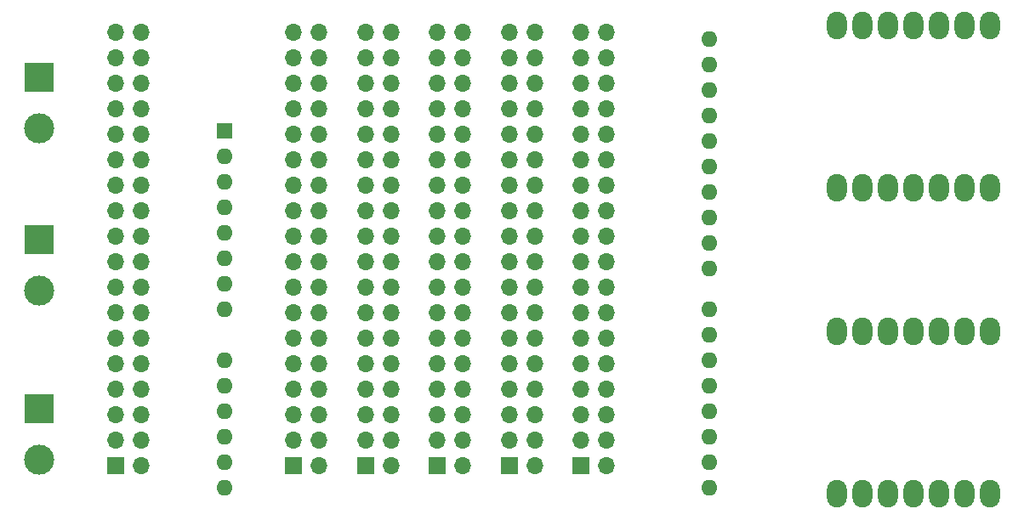
<source format=gbr>
%TF.GenerationSoftware,KiCad,Pcbnew,8.0.0-rc2-358-gd9abaa23a4*%
%TF.CreationDate,2024-02-08T22:48:49+01:00*%
%TF.ProjectId,xDuinoRail-Backplane-Arduino,78447569-6e6f-4526-9169-6c2d4261636b,rev?*%
%TF.SameCoordinates,Original*%
%TF.FileFunction,Soldermask,Top*%
%TF.FilePolarity,Negative*%
%FSLAX46Y46*%
G04 Gerber Fmt 4.6, Leading zero omitted, Abs format (unit mm)*
G04 Created by KiCad (PCBNEW 8.0.0-rc2-358-gd9abaa23a4) date 2024-02-08 22:48:49*
%MOMM*%
%LPD*%
G01*
G04 APERTURE LIST*
G04 Aperture macros list*
%AMRoundRect*
0 Rectangle with rounded corners*
0 $1 Rounding radius*
0 $2 $3 $4 $5 $6 $7 $8 $9 X,Y pos of 4 corners*
0 Add a 4 corners polygon primitive as box body*
4,1,4,$2,$3,$4,$5,$6,$7,$8,$9,$2,$3,0*
0 Add four circle primitives for the rounded corners*
1,1,$1+$1,$2,$3*
1,1,$1+$1,$4,$5*
1,1,$1+$1,$6,$7*
1,1,$1+$1,$8,$9*
0 Add four rect primitives between the rounded corners*
20,1,$1+$1,$2,$3,$4,$5,0*
20,1,$1+$1,$4,$5,$6,$7,0*
20,1,$1+$1,$6,$7,$8,$9,0*
20,1,$1+$1,$8,$9,$2,$3,0*%
G04 Aperture macros list end*
%ADD10R,3.000000X3.000000*%
%ADD11C,3.000000*%
%ADD12R,1.700000X1.700000*%
%ADD13O,1.700000X1.700000*%
%ADD14RoundRect,1.000000X0.000000X0.375000X0.000000X-0.375000X0.000000X-0.375000X0.000000X0.375000X0*%
%ADD15R,1.600000X1.600000*%
%ADD16O,1.600000X1.600000*%
G04 APERTURE END LIST*
D10*
%TO.C,J110*%
X130810000Y-100330000D03*
D11*
X130810000Y-105410000D03*
%TD*%
D12*
%TO.C,J101*%
X138430000Y-106045000D03*
D13*
X140970000Y-106045000D03*
X138430000Y-103505000D03*
X140970000Y-103505000D03*
X138430000Y-100965000D03*
X140970000Y-100965000D03*
X138430000Y-98425000D03*
X140970000Y-98425000D03*
X138430000Y-95885000D03*
X140970000Y-95885000D03*
X138430000Y-93345000D03*
X140970000Y-93345000D03*
X138430000Y-90805000D03*
X140970000Y-90805000D03*
X138430000Y-88265000D03*
X140970000Y-88265000D03*
X138430000Y-85725000D03*
X140970000Y-85725000D03*
X138430000Y-83185000D03*
X140970000Y-83185000D03*
X138430000Y-80645000D03*
X140970000Y-80645000D03*
X138430000Y-78105000D03*
X140970000Y-78105000D03*
X138430000Y-75565000D03*
X140970000Y-75565000D03*
X138430000Y-73025000D03*
X140970000Y-73025000D03*
X138430000Y-70485000D03*
X140970000Y-70485000D03*
X138430000Y-67945000D03*
X140970000Y-67945000D03*
X138430000Y-65405000D03*
X140970000Y-65405000D03*
X138430000Y-62865000D03*
X140970000Y-62865000D03*
%TD*%
D14*
%TO.C,U101*%
X225425000Y-92649600D03*
X222885000Y-92649600D03*
X220345000Y-92649600D03*
X217805000Y-92649600D03*
X215265000Y-92649600D03*
X212725000Y-92649600D03*
X210185000Y-92649600D03*
X210185000Y-108814600D03*
X212725000Y-108814600D03*
X215265000Y-108814600D03*
X217805000Y-108814600D03*
X220345000Y-108814600D03*
X222885000Y-108814600D03*
X225425000Y-108814600D03*
%TD*%
D12*
%TO.C,J106*%
X156133300Y-106045000D03*
D13*
X158673300Y-106045000D03*
X156133300Y-103505000D03*
X158673300Y-103505000D03*
X156133300Y-100965000D03*
X158673300Y-100965000D03*
X156133300Y-98425000D03*
X158673300Y-98425000D03*
X156133300Y-95885000D03*
X158673300Y-95885000D03*
X156133300Y-93345000D03*
X158673300Y-93345000D03*
X156133300Y-90805000D03*
X158673300Y-90805000D03*
X156133300Y-88265000D03*
X158673300Y-88265000D03*
X156133300Y-85725000D03*
X158673300Y-85725000D03*
X156133300Y-83185000D03*
X158673300Y-83185000D03*
X156133300Y-80645000D03*
X158673300Y-80645000D03*
X156133300Y-78105000D03*
X158673300Y-78105000D03*
X156133300Y-75565000D03*
X158673300Y-75565000D03*
X156133300Y-73025000D03*
X158673300Y-73025000D03*
X156133300Y-70485000D03*
X158673300Y-70485000D03*
X156133300Y-67945000D03*
X158673300Y-67945000D03*
X156133300Y-65405000D03*
X158673300Y-65405000D03*
X156133300Y-62865000D03*
X158673300Y-62865000D03*
%TD*%
D12*
%TO.C,J105*%
X163283300Y-106045000D03*
D13*
X165823300Y-106045000D03*
X163283300Y-103505000D03*
X165823300Y-103505000D03*
X163283300Y-100965000D03*
X165823300Y-100965000D03*
X163283300Y-98425000D03*
X165823300Y-98425000D03*
X163283300Y-95885000D03*
X165823300Y-95885000D03*
X163283300Y-93345000D03*
X165823300Y-93345000D03*
X163283300Y-90805000D03*
X165823300Y-90805000D03*
X163283300Y-88265000D03*
X165823300Y-88265000D03*
X163283300Y-85725000D03*
X165823300Y-85725000D03*
X163283300Y-83185000D03*
X165823300Y-83185000D03*
X163283300Y-80645000D03*
X165823300Y-80645000D03*
X163283300Y-78105000D03*
X165823300Y-78105000D03*
X163283300Y-75565000D03*
X165823300Y-75565000D03*
X163283300Y-73025000D03*
X165823300Y-73025000D03*
X163283300Y-70485000D03*
X165823300Y-70485000D03*
X163283300Y-67945000D03*
X165823300Y-67945000D03*
X163283300Y-65405000D03*
X165823300Y-65405000D03*
X163283300Y-62865000D03*
X165823300Y-62865000D03*
%TD*%
D10*
%TO.C,J108*%
X130810000Y-67310000D03*
D11*
X130810000Y-72390000D03*
%TD*%
D12*
%TO.C,J104*%
X170433300Y-106045000D03*
D13*
X172973300Y-106045000D03*
X170433300Y-103505000D03*
X172973300Y-103505000D03*
X170433300Y-100965000D03*
X172973300Y-100965000D03*
X170433300Y-98425000D03*
X172973300Y-98425000D03*
X170433300Y-95885000D03*
X172973300Y-95885000D03*
X170433300Y-93345000D03*
X172973300Y-93345000D03*
X170433300Y-90805000D03*
X172973300Y-90805000D03*
X170433300Y-88265000D03*
X172973300Y-88265000D03*
X170433300Y-85725000D03*
X172973300Y-85725000D03*
X170433300Y-83185000D03*
X172973300Y-83185000D03*
X170433300Y-80645000D03*
X172973300Y-80645000D03*
X170433300Y-78105000D03*
X172973300Y-78105000D03*
X170433300Y-75565000D03*
X172973300Y-75565000D03*
X170433300Y-73025000D03*
X172973300Y-73025000D03*
X170433300Y-70485000D03*
X172973300Y-70485000D03*
X170433300Y-67945000D03*
X172973300Y-67945000D03*
X170433300Y-65405000D03*
X172973300Y-65405000D03*
X170433300Y-62865000D03*
X172973300Y-62865000D03*
%TD*%
D12*
%TO.C,J102*%
X184733300Y-106045000D03*
D13*
X187273300Y-106045000D03*
X184733300Y-103505000D03*
X187273300Y-103505000D03*
X184733300Y-100965000D03*
X187273300Y-100965000D03*
X184733300Y-98425000D03*
X187273300Y-98425000D03*
X184733300Y-95885000D03*
X187273300Y-95885000D03*
X184733300Y-93345000D03*
X187273300Y-93345000D03*
X184733300Y-90805000D03*
X187273300Y-90805000D03*
X184733300Y-88265000D03*
X187273300Y-88265000D03*
X184733300Y-85725000D03*
X187273300Y-85725000D03*
X184733300Y-83185000D03*
X187273300Y-83185000D03*
X184733300Y-80645000D03*
X187273300Y-80645000D03*
X184733300Y-78105000D03*
X187273300Y-78105000D03*
X184733300Y-75565000D03*
X187273300Y-75565000D03*
X184733300Y-73025000D03*
X187273300Y-73025000D03*
X184733300Y-70485000D03*
X187273300Y-70485000D03*
X184733300Y-67945000D03*
X187273300Y-67945000D03*
X184733300Y-65405000D03*
X187273300Y-65405000D03*
X184733300Y-62865000D03*
X187273300Y-62865000D03*
%TD*%
D12*
%TO.C,J103*%
X177583300Y-106045000D03*
D13*
X180123300Y-106045000D03*
X177583300Y-103505000D03*
X180123300Y-103505000D03*
X177583300Y-100965000D03*
X180123300Y-100965000D03*
X177583300Y-98425000D03*
X180123300Y-98425000D03*
X177583300Y-95885000D03*
X180123300Y-95885000D03*
X177583300Y-93345000D03*
X180123300Y-93345000D03*
X177583300Y-90805000D03*
X180123300Y-90805000D03*
X177583300Y-88265000D03*
X180123300Y-88265000D03*
X177583300Y-85725000D03*
X180123300Y-85725000D03*
X177583300Y-83185000D03*
X180123300Y-83185000D03*
X177583300Y-80645000D03*
X180123300Y-80645000D03*
X177583300Y-78105000D03*
X180123300Y-78105000D03*
X177583300Y-75565000D03*
X180123300Y-75565000D03*
X177583300Y-73025000D03*
X180123300Y-73025000D03*
X177583300Y-70485000D03*
X180123300Y-70485000D03*
X177583300Y-67945000D03*
X180123300Y-67945000D03*
X177583300Y-65405000D03*
X180123300Y-65405000D03*
X177583300Y-62865000D03*
X180123300Y-62865000D03*
%TD*%
D14*
%TO.C,U102*%
X225425000Y-62169600D03*
X222885000Y-62169600D03*
X220345000Y-62169600D03*
X217805000Y-62169600D03*
X215265000Y-62169600D03*
X212725000Y-62169600D03*
X210185000Y-62169600D03*
X210185000Y-78334600D03*
X212725000Y-78334600D03*
X215265000Y-78334600D03*
X217805000Y-78334600D03*
X220345000Y-78334600D03*
X222885000Y-78334600D03*
X225425000Y-78334600D03*
%TD*%
D10*
%TO.C,J109*%
X130810000Y-83502500D03*
D11*
X130810000Y-88582500D03*
%TD*%
D15*
%TO.C,A101*%
X149225000Y-72640000D03*
D16*
X149225000Y-75180000D03*
X149225000Y-77720000D03*
X149225000Y-80260000D03*
X149225000Y-82800000D03*
X149225000Y-85340000D03*
X149225000Y-87880000D03*
X149225000Y-90420000D03*
X149225000Y-95500000D03*
X149225000Y-98040000D03*
X149225000Y-100580000D03*
X149225000Y-103120000D03*
X149225000Y-105660000D03*
X149225000Y-108200000D03*
X197485000Y-108200000D03*
X197485000Y-105660000D03*
X197485000Y-103120000D03*
X197485000Y-100580000D03*
X197485000Y-98040000D03*
X197485000Y-95500000D03*
X197485000Y-92960000D03*
X197485000Y-90420000D03*
X197485000Y-86360000D03*
X197485000Y-83820000D03*
X197485000Y-81280000D03*
X197485000Y-78740000D03*
X197485000Y-76200000D03*
X197485000Y-73660000D03*
X197485000Y-71120000D03*
X197485000Y-68580000D03*
X197485000Y-66040000D03*
X197485000Y-63500000D03*
%TD*%
M02*

</source>
